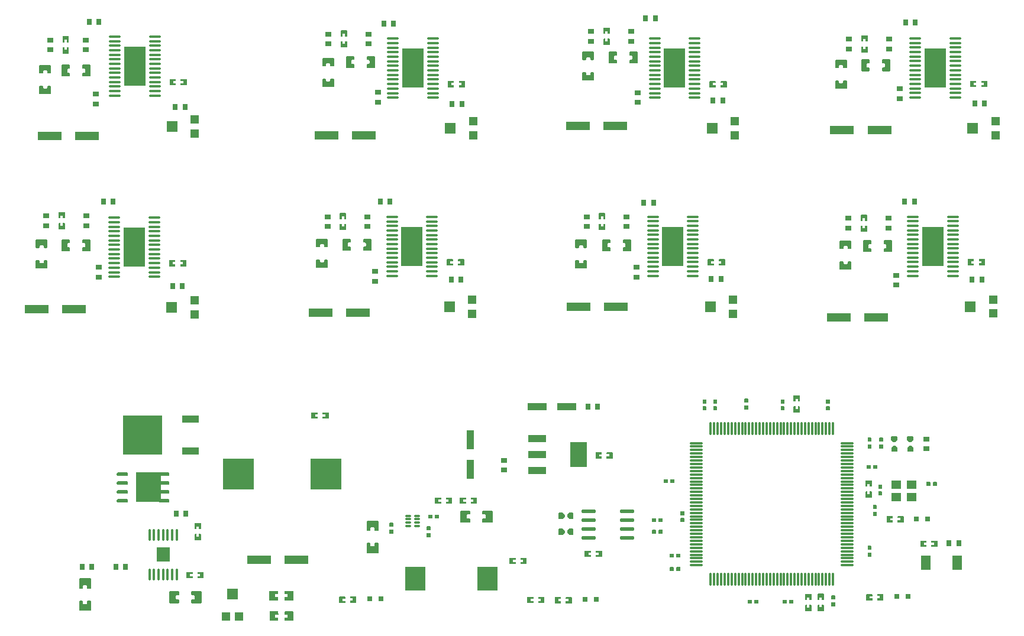
<source format=gtp>
G04 Layer_Color=8421504*
%FSLAX25Y25*%
%MOIN*%
G70*
G01*
G75*
%ADD11R,0.03543X0.03150*%
%ADD14R,0.03150X0.03543*%
%ADD15R,0.03150X0.03150*%
%ADD16R,0.13780X0.04724*%
%ADD21R,0.09213X0.14173*%
%ADD22R,0.09842X0.04331*%
%ADD23R,0.11024X0.04331*%
%ADD24R,0.11512X0.13780*%
%ADD27O,0.03402X0.01102*%
%ADD29R,0.04724X0.04724*%
%ADD30R,0.05905X0.06299*%
%ADD33R,0.22484X0.21844*%
%ADD34R,0.09484X0.03853*%
%ADD35R,0.17716X0.17716*%
%ADD38R,0.04331X0.11024*%
%ADD39R,0.12205X0.22047*%
%ADD40O,0.06817X0.01350*%
%ADD41R,0.05315X0.07874*%
%ADD42R,0.05512X0.04724*%
%ADD43R,0.06299X0.05905*%
%ADD44R,0.04724X0.04724*%
%ADD45R,0.07205X0.08091*%
%ADD46O,0.01350X0.06817*%
%ADD47O,0.01102X0.07874*%
%ADD48O,0.07874X0.01102*%
%ADD50O,0.08051X0.02315*%
G36*
X393571Y72386D02*
Y70614D01*
X393374Y70417D01*
X391484D01*
X391209Y70614D01*
Y72386D01*
X391484Y72583D01*
X393374D01*
X393571Y72386D01*
D02*
G37*
G36*
X405583Y72516D02*
Y70626D01*
X405386Y70429D01*
X403614D01*
X403417Y70626D01*
Y72516D01*
X403614Y72791D01*
X405386D01*
X405583Y72516D01*
D02*
G37*
G36*
X389791Y72386D02*
Y70614D01*
X389516Y70417D01*
X387626D01*
X387429Y70614D01*
Y72386D01*
X387626Y72583D01*
X389516D01*
X389791Y72386D01*
D02*
G37*
G36*
X529402Y73575D02*
Y70425D01*
X529205Y70228D01*
X526055D01*
X525858Y70425D01*
Y71378D01*
X527315D01*
Y72677D01*
X525858D01*
Y73575D01*
X526055Y73772D01*
X529205D01*
X529402Y73575D01*
D02*
G37*
G36*
X523142Y73575D02*
Y72622D01*
X521685D01*
Y71323D01*
X523142D01*
Y70425D01*
X522945Y70228D01*
X519795D01*
X519598Y70425D01*
Y73575D01*
X519795Y73772D01*
X522945D01*
X523142Y73575D01*
D02*
G37*
G36*
X267571Y74386D02*
Y72614D01*
X267374Y72417D01*
X265484D01*
X265209Y72614D01*
Y74386D01*
X265484Y74583D01*
X267374D01*
X267571Y74386D01*
D02*
G37*
G36*
X514083Y76016D02*
Y74126D01*
X513886Y73929D01*
X512114D01*
X511917Y74126D01*
Y76016D01*
X512114Y76291D01*
X513886D01*
X514083Y76016D01*
D02*
G37*
G36*
X263791Y74386D02*
Y72614D01*
X263516Y72417D01*
X261626D01*
X261429Y72614D01*
Y74386D01*
X261626Y74583D01*
X263516D01*
X263791Y74386D01*
D02*
G37*
G36*
X338345Y74572D02*
Y73428D01*
X337176Y72214D01*
X335099D01*
X334834Y72479D01*
Y75521D01*
X335099Y75786D01*
X337176D01*
X338345Y74572D01*
D02*
G37*
G36*
X343166Y75521D02*
Y72479D01*
X342901Y72214D01*
X340824D01*
X339655Y73428D01*
Y74572D01*
X340824Y75786D01*
X342901D01*
X343166Y75521D01*
D02*
G37*
G36*
X297693Y76508D02*
Y70492D01*
X297299Y70098D01*
X292240D01*
X291846Y70492D01*
Y71950D01*
X292240Y72343D01*
X293441D01*
X293834Y72737D01*
Y74263D01*
X293441Y74656D01*
X292240D01*
X291846Y75050D01*
Y76508D01*
X292240Y76902D01*
X297299D01*
X297693Y76508D01*
D02*
G37*
G36*
X393571Y65886D02*
Y64114D01*
X393374Y63917D01*
X391484D01*
X391209Y64114D01*
Y65886D01*
X391484Y66083D01*
X393374D01*
X393571Y65886D01*
D02*
G37*
G36*
X241583Y66016D02*
Y64126D01*
X241386Y63929D01*
X239614D01*
X239417Y64126D01*
Y66016D01*
X239614Y66291D01*
X241386D01*
X241583Y66016D01*
D02*
G37*
G36*
X389791Y65886D02*
Y64114D01*
X389516Y63917D01*
X387626D01*
X387429Y64114D01*
Y65886D01*
X387626Y66083D01*
X389516D01*
X389791Y65886D01*
D02*
G37*
G36*
X338345Y65571D02*
Y64429D01*
X337176Y63214D01*
X335099D01*
X334834Y63479D01*
Y66521D01*
X335099Y66786D01*
X337176D01*
X338345Y65571D01*
D02*
G37*
G36*
X343166Y66521D02*
Y63479D01*
X342901Y63214D01*
X340824D01*
X339655Y64429D01*
Y65571D01*
X340824Y66786D01*
X342901D01*
X343166Y66521D01*
D02*
G37*
G36*
X241583Y69874D02*
Y67984D01*
X241386Y67709D01*
X239614D01*
X239417Y67984D01*
Y69874D01*
X239614Y70071D01*
X241386D01*
X241583Y69874D01*
D02*
G37*
G36*
X285154Y76508D02*
Y75050D01*
X284760Y74656D01*
X283559D01*
X283166Y74263D01*
Y72737D01*
X283559Y72343D01*
X284760D01*
X285154Y71950D01*
Y70492D01*
X284760Y70098D01*
X279701D01*
X279307Y70492D01*
Y76508D01*
X279701Y76902D01*
X284760D01*
X285154Y76508D01*
D02*
G37*
G36*
X133272Y69705D02*
Y66555D01*
X133075Y66358D01*
X132122D01*
Y67815D01*
X130823D01*
Y66358D01*
X129925D01*
X129728Y66555D01*
Y69705D01*
X129925Y69902D01*
X133075D01*
X133272Y69705D01*
D02*
G37*
G36*
X233402Y70799D02*
Y65740D01*
X233008Y65346D01*
X231550D01*
X231156Y65740D01*
Y66941D01*
X230763Y67334D01*
X229237D01*
X228843Y66941D01*
Y65740D01*
X228450Y65346D01*
X226992D01*
X226598Y65740D01*
Y70799D01*
X226992Y71193D01*
X233008D01*
X233402Y70799D01*
D02*
G37*
G36*
X262583Y67874D02*
Y65984D01*
X262386Y65709D01*
X260614D01*
X260417Y65984D01*
Y67874D01*
X260614Y68071D01*
X262386D01*
X262583Y67874D01*
D02*
G37*
G36*
X405583Y76374D02*
Y74484D01*
X405386Y74209D01*
X403614D01*
X403417Y74484D01*
Y76374D01*
X403614Y76571D01*
X405386D01*
X405583Y76374D01*
D02*
G37*
G36*
X396291Y94386D02*
Y92614D01*
X396016Y92417D01*
X394126D01*
X393929Y92614D01*
Y94386D01*
X394126Y94583D01*
X396016D01*
X396291Y94386D01*
D02*
G37*
G36*
X400071D02*
Y92614D01*
X399874Y92417D01*
X397984D01*
X397709Y92614D01*
Y94386D01*
X397984Y94583D01*
X399874D01*
X400071Y94386D01*
D02*
G37*
G36*
X91660Y93458D02*
X91978Y93140D01*
X92150Y92725D01*
Y92275D01*
X91978Y91860D01*
X91660Y91542D01*
X91244Y91370D01*
X86756D01*
X86340Y91542D01*
X86022Y91860D01*
X85850Y92275D01*
Y92725D01*
X86022Y93140D01*
X86340Y93458D01*
X86756Y93630D01*
X91244D01*
X91660Y93458D01*
D02*
G37*
G36*
X544291Y92886D02*
Y91114D01*
X544016Y90917D01*
X542126D01*
X541929Y91114D01*
Y92886D01*
X542126Y93083D01*
X544016D01*
X544291Y92886D01*
D02*
G37*
G36*
X548071D02*
Y91114D01*
X547874Y90917D01*
X545984D01*
X545709Y91114D01*
Y92886D01*
X545984Y93083D01*
X547874D01*
X548071Y92886D01*
D02*
G37*
G36*
X514571Y102386D02*
Y100614D01*
X514374Y100417D01*
X512484D01*
X512209Y100614D01*
Y102386D01*
X512484Y102583D01*
X514374D01*
X514571Y102386D01*
D02*
G37*
G36*
X365402Y109575D02*
Y106425D01*
X365205Y106228D01*
X362055D01*
X361858Y106425D01*
Y107378D01*
X363315D01*
Y108677D01*
X361858D01*
Y109575D01*
X362055Y109772D01*
X365205D01*
X365402Y109575D01*
D02*
G37*
G36*
X510791Y102386D02*
Y100614D01*
X510516Y100417D01*
X508626D01*
X508429Y100614D01*
Y102386D01*
X508626Y102583D01*
X510516D01*
X510791Y102386D01*
D02*
G37*
G36*
X91660Y98458D02*
X91978Y98140D01*
X92150Y97725D01*
Y97275D01*
X91978Y96860D01*
X91660Y96542D01*
X91244Y96370D01*
X86756D01*
X86340Y96542D01*
X86022Y96860D01*
X85850Y97275D01*
Y97725D01*
X86022Y98140D01*
X86340Y98458D01*
X86756Y98630D01*
X91244D01*
X91660Y98458D01*
D02*
G37*
G36*
X115058Y98454D02*
X115368Y98144D01*
X115535Y97739D01*
Y97520D01*
Y97401D01*
Y97198D01*
X115380Y96822D01*
X115092Y96534D01*
X114716Y96378D01*
X110851D01*
Y93622D01*
X114653D01*
X115058Y93454D01*
X115368Y93144D01*
X115535Y92739D01*
Y92520D01*
Y92362D01*
Y92166D01*
X115386Y91805D01*
X115109Y91528D01*
X114747Y91378D01*
X110851D01*
Y88622D01*
X114653D01*
X115058Y88454D01*
X115368Y88144D01*
X115535Y87739D01*
Y87520D01*
Y87480D01*
Y87261D01*
X115368Y86856D01*
X115058Y86546D01*
X114652Y86378D01*
X110851D01*
Y83622D01*
X114716D01*
X115092Y83466D01*
X115380Y83178D01*
X115535Y82802D01*
Y82599D01*
Y82598D01*
Y82402D01*
Y82198D01*
X115380Y81822D01*
X115092Y81534D01*
X114716Y81378D01*
X110407D01*
X110407Y81378D01*
X110287Y81378D01*
X110054Y81424D01*
X109834Y81516D01*
X109635Y81648D01*
X109551Y81732D01*
X96756Y81732D01*
X96717Y98307D01*
X109430D01*
X109456Y98302D01*
X109481Y98292D01*
X109502Y98277D01*
X109512Y98268D01*
X109560Y98316D01*
X109560D01*
X109633Y98389D01*
X109804Y98503D01*
X109994Y98582D01*
X110196Y98622D01*
X114653D01*
X115058Y98454D01*
D02*
G37*
G36*
X511272Y93705D02*
Y90555D01*
X511075Y90358D01*
X510122D01*
Y91815D01*
X508823D01*
Y90358D01*
X507925D01*
X507728Y90555D01*
Y93705D01*
X507925Y93902D01*
X511075D01*
X511272Y93705D01*
D02*
G37*
G36*
X268642Y84075D02*
Y83122D01*
X267185D01*
Y81823D01*
X268642D01*
Y80925D01*
X268445Y80728D01*
X265295D01*
X265098Y80925D01*
Y84075D01*
X265295Y84272D01*
X268445D01*
X268642Y84075D01*
D02*
G37*
G36*
X282642D02*
Y83122D01*
X281185D01*
Y81823D01*
X282642D01*
Y80925D01*
X282445Y80728D01*
X279295D01*
X279098Y80925D01*
Y84075D01*
X279295Y84272D01*
X282445D01*
X282642Y84075D01*
D02*
G37*
G36*
X288902Y84075D02*
Y80925D01*
X288705Y80728D01*
X285555D01*
X285358Y80925D01*
Y81878D01*
X286815D01*
Y83177D01*
X285358D01*
Y84075D01*
X285555Y84272D01*
X288705D01*
X288902Y84075D01*
D02*
G37*
G36*
X514083Y79874D02*
Y77984D01*
X513886Y77709D01*
X512114D01*
X511917Y77984D01*
Y79874D01*
X512114Y80071D01*
X513886D01*
X514083Y79874D01*
D02*
G37*
G36*
X274902Y84075D02*
Y80925D01*
X274705Y80728D01*
X271555D01*
X271358Y80925D01*
Y81878D01*
X272815D01*
Y83177D01*
X271358D01*
Y84075D01*
X271555Y84272D01*
X274705D01*
X274902Y84075D01*
D02*
G37*
G36*
X91660Y88458D02*
X91978Y88140D01*
X92150Y87725D01*
Y87275D01*
X91978Y86860D01*
X91660Y86542D01*
X91244Y86370D01*
X86756D01*
X86340Y86542D01*
X86022Y86860D01*
X85850Y87275D01*
Y87725D01*
X86022Y88140D01*
X86340Y88458D01*
X86756Y88630D01*
X91244D01*
X91660Y88458D01*
D02*
G37*
G36*
X517083Y91374D02*
Y89484D01*
X516886Y89209D01*
X515114D01*
X514917Y89484D01*
Y91374D01*
X515114Y91571D01*
X516886D01*
X517083Y91374D01*
D02*
G37*
G36*
X511272Y87445D02*
Y84295D01*
X511075Y84098D01*
X507925D01*
X507728Y84295D01*
Y87445D01*
X507925Y87642D01*
X508878D01*
Y86185D01*
X510177D01*
Y87642D01*
X511075D01*
X511272Y87445D01*
D02*
G37*
G36*
X91660Y83458D02*
X91978Y83140D01*
X92150Y82725D01*
Y82275D01*
X91978Y81860D01*
X91660Y81542D01*
X91244Y81370D01*
X86756D01*
X86340Y81542D01*
X86022Y81860D01*
X85850Y82275D01*
Y82725D01*
X86022Y83140D01*
X86340Y83458D01*
X86756Y83630D01*
X91244D01*
X91660Y83458D01*
D02*
G37*
G36*
X517083Y87516D02*
Y85626D01*
X516886Y85429D01*
X515114D01*
X514917Y85626D01*
Y87516D01*
X515114Y87791D01*
X516886D01*
X517083Y87516D01*
D02*
G37*
G36*
X326902Y28075D02*
Y24925D01*
X326705Y24728D01*
X323555D01*
X323358Y24925D01*
Y25878D01*
X324815D01*
Y27177D01*
X323358D01*
Y28075D01*
X323555Y28272D01*
X326705D01*
X326902Y28075D01*
D02*
G37*
G36*
X320642Y28075D02*
Y27122D01*
X319185D01*
Y25823D01*
X320642D01*
Y24925D01*
X320445Y24728D01*
X317295D01*
X317098Y24925D01*
Y28075D01*
X317295Y28272D01*
X320445D01*
X320642Y28075D01*
D02*
G37*
G36*
X336176Y27952D02*
Y26999D01*
X334719D01*
Y25700D01*
X336176D01*
Y24802D01*
X335979Y24605D01*
X332829D01*
X332632Y24802D01*
Y27952D01*
X332829Y28149D01*
X335979D01*
X336176Y27952D01*
D02*
G37*
G36*
X133748Y31008D02*
Y24992D01*
X133354Y24598D01*
X128296D01*
X127902Y24992D01*
Y26450D01*
X128296Y26844D01*
X129496D01*
X129890Y27237D01*
Y28763D01*
X129496Y29157D01*
X128296D01*
X127902Y29550D01*
Y31008D01*
X128296Y31402D01*
X133354D01*
X133748Y31008D01*
D02*
G37*
G36*
X342436Y27952D02*
Y24802D01*
X342239Y24605D01*
X339089D01*
X338892Y24802D01*
Y25755D01*
X340349D01*
Y27054D01*
X338892D01*
Y27952D01*
X339089Y28148D01*
X342239D01*
X342436Y27952D01*
D02*
G37*
G36*
X185330Y31409D02*
Y26370D01*
X185133Y26173D01*
X180605D01*
X180409Y26370D01*
X180389Y27984D01*
X182161D01*
Y29756D01*
X180428D01*
X180409Y31409D01*
X180605Y31606D01*
X185133D01*
X185330Y31409D01*
D02*
G37*
G36*
X517902Y29575D02*
Y26425D01*
X517705Y26228D01*
X514555D01*
X514358Y26425D01*
Y27378D01*
X515815D01*
Y28677D01*
X514358D01*
Y29575D01*
X514555Y29772D01*
X517705D01*
X517902Y29575D01*
D02*
G37*
G36*
X176826Y31409D02*
X176846Y29795D01*
X175074D01*
Y28023D01*
X176807D01*
X176826Y26370D01*
X176629Y26173D01*
X172102D01*
X171905Y26370D01*
Y31409D01*
X172102Y31606D01*
X176629D01*
X176826Y31409D01*
D02*
G37*
G36*
X220902Y28202D02*
Y25052D01*
X220705Y24855D01*
X217555D01*
X217358Y25052D01*
Y26005D01*
X218815D01*
Y27304D01*
X217358D01*
Y28202D01*
X217555Y28398D01*
X220705D01*
X220902Y28202D01*
D02*
G37*
G36*
X214642Y28202D02*
Y27249D01*
X213185D01*
Y25950D01*
X214642D01*
Y25052D01*
X214445Y24855D01*
X211295D01*
X211098Y25052D01*
Y28202D01*
X211295Y28399D01*
X214445D01*
X214642Y28202D01*
D02*
G37*
G36*
X121209Y31008D02*
Y29550D01*
X120815Y29157D01*
X119615D01*
X119221Y28763D01*
Y27237D01*
X119615Y26844D01*
X120815D01*
X121209Y26450D01*
Y24992D01*
X120815Y24598D01*
X115756D01*
X115362Y24992D01*
Y31008D01*
X115756Y31402D01*
X120815D01*
X121209Y31008D01*
D02*
G37*
G36*
X484272Y23593D02*
Y20443D01*
X484075Y20246D01*
X480925D01*
X480728Y20443D01*
Y23593D01*
X480925Y23790D01*
X481878D01*
Y22333D01*
X483177D01*
Y23790D01*
X484075D01*
X484272Y23593D01*
D02*
G37*
G36*
X490583Y25016D02*
Y23126D01*
X490386Y22929D01*
X488614D01*
X488417Y23126D01*
Y25016D01*
X488614Y25291D01*
X490386D01*
X490583Y25016D01*
D02*
G37*
G36*
X477272Y23445D02*
Y20295D01*
X477075Y20098D01*
X473925D01*
X473728Y20295D01*
Y23445D01*
X473925Y23642D01*
X474878D01*
Y22185D01*
X476177D01*
Y23642D01*
X477075D01*
X477272Y23445D01*
D02*
G37*
G36*
X176909Y19909D02*
X176929Y18295D01*
X175157D01*
Y16523D01*
X176889D01*
X176909Y14870D01*
X176712Y14673D01*
X172184D01*
X171987Y14870D01*
Y19909D01*
X172184Y20106D01*
X176712D01*
X176909Y19909D01*
D02*
G37*
G36*
X185373D02*
Y14870D01*
X185177Y14673D01*
X180649D01*
X180452Y14870D01*
X180452Y16523D01*
X182204D01*
Y18295D01*
X180472D01*
X180452Y19909D01*
X180649Y20106D01*
X185177D01*
X185373Y19909D01*
D02*
G37*
G36*
X463291Y26386D02*
Y24614D01*
X463016Y24417D01*
X461126D01*
X460929Y24614D01*
Y26386D01*
X461126Y26583D01*
X463016D01*
X463291Y26386D01*
D02*
G37*
G36*
X467071D02*
Y24614D01*
X466874Y24417D01*
X464984D01*
X464709Y24614D01*
Y26386D01*
X464984Y26583D01*
X466874D01*
X467071Y26386D01*
D02*
G37*
G36*
X447571D02*
Y24614D01*
X447374Y24417D01*
X445484D01*
X445209Y24614D01*
Y26386D01*
X445484Y26583D01*
X447374D01*
X447571Y26386D01*
D02*
G37*
G36*
X71402Y25760D02*
Y20701D01*
X71008Y20307D01*
X64992D01*
X64598Y20701D01*
Y25760D01*
X64992Y26153D01*
X66450D01*
X66843Y25760D01*
Y24559D01*
X67237Y24166D01*
X68763D01*
X69156Y24559D01*
Y25760D01*
X69550Y26153D01*
X71008D01*
X71402Y25760D01*
D02*
G37*
G36*
X443791Y26386D02*
Y24614D01*
X443516Y24417D01*
X441626D01*
X441429Y24614D01*
Y26386D01*
X441626Y26583D01*
X443516D01*
X443791Y26386D01*
D02*
G37*
G36*
X511642Y29575D02*
Y28622D01*
X510185D01*
Y27323D01*
X511642D01*
Y26425D01*
X511445Y26228D01*
X508295D01*
X508098Y26425D01*
Y29575D01*
X508295Y29772D01*
X511445D01*
X511642Y29575D01*
D02*
G37*
G36*
X511083Y53016D02*
Y51126D01*
X510886Y50929D01*
X509114D01*
X508917Y51126D01*
Y53016D01*
X509114Y53291D01*
X510886D01*
X511083Y53016D01*
D02*
G37*
G36*
Y56874D02*
Y54984D01*
X510886Y54709D01*
X509114D01*
X508917Y54984D01*
Y56874D01*
X509114Y57071D01*
X510886D01*
X511083Y56874D01*
D02*
G37*
G36*
X353108Y54075D02*
Y53122D01*
X351651D01*
Y51823D01*
X353108D01*
Y50925D01*
X352911Y50728D01*
X349761D01*
X349564Y50925D01*
Y54075D01*
X349761Y54272D01*
X352911D01*
X353108Y54075D01*
D02*
G37*
G36*
X403571Y52386D02*
Y50614D01*
X403374Y50417D01*
X401484D01*
X401209Y50614D01*
Y52386D01*
X401484Y52583D01*
X403374D01*
X403571Y52386D01*
D02*
G37*
G36*
X359368Y54075D02*
Y50925D01*
X359171Y50728D01*
X356021D01*
X355824Y50925D01*
Y51878D01*
X357281D01*
Y53177D01*
X355824D01*
Y54075D01*
X356021Y54272D01*
X359171D01*
X359368Y54075D01*
D02*
G37*
G36*
X262583Y64016D02*
Y62126D01*
X262386Y61929D01*
X260614D01*
X260417Y62126D01*
Y64016D01*
X260614Y64291D01*
X262386D01*
X262583Y64016D01*
D02*
G37*
G36*
X133272Y63445D02*
Y60295D01*
X133075Y60098D01*
X129925D01*
X129728Y60295D01*
Y63445D01*
X129925Y63642D01*
X130878D01*
Y62185D01*
X132177D01*
Y63642D01*
X133075D01*
X133272Y63445D01*
D02*
G37*
G36*
X233402Y58260D02*
Y53201D01*
X233008Y52807D01*
X226992D01*
X226598Y53201D01*
Y58260D01*
X226992Y58653D01*
X228450D01*
X228843Y58260D01*
Y57059D01*
X229237Y56666D01*
X230763D01*
X231156Y57059D01*
Y58260D01*
X231550Y58653D01*
X233008D01*
X233402Y58260D01*
D02*
G37*
G36*
X548402Y59659D02*
Y56509D01*
X548205Y56312D01*
X545055D01*
X544858Y56509D01*
Y57462D01*
X546315D01*
Y58761D01*
X544858D01*
Y59659D01*
X545055Y59856D01*
X548205D01*
X548402Y59659D01*
D02*
G37*
G36*
X542142Y59659D02*
Y58706D01*
X540685D01*
Y57407D01*
X542142D01*
Y56509D01*
X541945Y56313D01*
X538795D01*
X538598Y56509D01*
Y59659D01*
X538795Y59856D01*
X541945D01*
X542142Y59659D01*
D02*
G37*
G36*
X399791Y52386D02*
Y50614D01*
X399516Y50417D01*
X397626D01*
X397429Y50614D01*
Y52386D01*
X397626Y52583D01*
X399516D01*
X399791Y52386D01*
D02*
G37*
G36*
X71402Y38299D02*
Y33240D01*
X71008Y32847D01*
X69550D01*
X69156Y33240D01*
Y34441D01*
X68763Y34834D01*
X67237D01*
X66843Y34441D01*
Y33240D01*
X66450Y32847D01*
X64992D01*
X64598Y33240D01*
Y38299D01*
X64992Y38693D01*
X71008D01*
X71402Y38299D01*
D02*
G37*
G36*
X134902Y42075D02*
Y38925D01*
X134705Y38728D01*
X131555D01*
X131358Y38925D01*
Y39878D01*
X132815D01*
Y41177D01*
X131358D01*
Y42075D01*
X131555Y42272D01*
X134705D01*
X134902Y42075D01*
D02*
G37*
G36*
X490583Y28874D02*
Y26984D01*
X490386Y26709D01*
X488614D01*
X488417Y26984D01*
Y28874D01*
X488614Y29071D01*
X490386D01*
X490583Y28874D01*
D02*
G37*
G36*
X477272Y29705D02*
Y26555D01*
X477075Y26358D01*
X476122D01*
Y27815D01*
X474823D01*
Y26358D01*
X473925D01*
X473728Y26555D01*
Y29705D01*
X473925Y29902D01*
X477075D01*
X477272Y29705D01*
D02*
G37*
G36*
X484272Y29853D02*
Y26703D01*
X484075Y26506D01*
X483122D01*
Y27963D01*
X481823D01*
Y26506D01*
X480925D01*
X480728Y26703D01*
Y29853D01*
X480925Y30050D01*
X484075D01*
X484272Y29853D01*
D02*
G37*
G36*
X316902Y50075D02*
Y46925D01*
X316705Y46728D01*
X313555D01*
X313358Y46925D01*
Y47878D01*
X314815D01*
Y49177D01*
X313358D01*
Y50075D01*
X313555Y50272D01*
X316705D01*
X316902Y50075D01*
D02*
G37*
G36*
X310642Y50075D02*
Y49122D01*
X309185D01*
Y47823D01*
X310642D01*
Y46925D01*
X310445Y46728D01*
X307295D01*
X307098Y46925D01*
Y50075D01*
X307295Y50272D01*
X310445D01*
X310642Y50075D01*
D02*
G37*
G36*
X403571Y44886D02*
Y43114D01*
X403374Y42917D01*
X401484D01*
X401209Y43114D01*
Y44886D01*
X401484Y45083D01*
X403374D01*
X403571Y44886D01*
D02*
G37*
G36*
X128642Y42075D02*
Y41122D01*
X127185D01*
Y39823D01*
X128642D01*
Y38925D01*
X128445Y38728D01*
X125295D01*
X125098Y38925D01*
Y42075D01*
X125295Y42272D01*
X128445D01*
X128642Y42075D01*
D02*
G37*
G36*
X399791Y44886D02*
Y43114D01*
X399516Y42917D01*
X397626D01*
X397429Y43114D01*
Y44886D01*
X397626Y45083D01*
X399516D01*
X399791Y44886D01*
D02*
G37*
G36*
X359142Y109575D02*
Y108622D01*
X357685D01*
Y107323D01*
X359142D01*
Y106425D01*
X358945Y106228D01*
X355795D01*
X355598Y106425D01*
Y109575D01*
X355795Y109772D01*
X358945D01*
X359142Y109575D01*
D02*
G37*
G36*
X275859Y318941D02*
Y317988D01*
X274402D01*
Y316689D01*
X275859D01*
Y315791D01*
X275662Y315594D01*
X272513D01*
X272316Y315791D01*
Y318941D01*
X272513Y319138D01*
X275662D01*
X275859Y318941D01*
D02*
G37*
G36*
X423359D02*
Y317988D01*
X421903D01*
Y316689D01*
X423359D01*
Y315791D01*
X423162Y315594D01*
X420013D01*
X419816Y315791D01*
Y318941D01*
X420013Y319138D01*
X423162D01*
X423359Y318941D01*
D02*
G37*
G36*
X429619Y318941D02*
Y315791D01*
X429422Y315594D01*
X426273D01*
X426076Y315791D01*
Y316744D01*
X427532D01*
Y318043D01*
X426076D01*
Y318941D01*
X426273Y319138D01*
X429422D01*
X429619Y318941D01*
D02*
G37*
G36*
X48848Y316161D02*
Y312195D01*
X48455Y311801D01*
X42545D01*
X42152Y312195D01*
Y316161D01*
X42545Y316555D01*
X43968D01*
X44361Y316161D01*
Y315332D01*
X44755Y314939D01*
X46245D01*
X46639Y315332D01*
Y316161D01*
X47032Y316555D01*
X48455D01*
X48848Y316161D01*
D02*
G37*
G36*
X282119Y318941D02*
Y315791D01*
X281922Y315594D01*
X278773D01*
X278576Y315791D01*
Y316744D01*
X280032D01*
Y318043D01*
X278576D01*
Y318941D01*
X278773Y319138D01*
X281922D01*
X282119Y318941D01*
D02*
G37*
G36*
X119142Y320075D02*
Y319122D01*
X117685D01*
Y317823D01*
X119142D01*
Y316925D01*
X118945Y316728D01*
X115795D01*
X115598Y316925D01*
Y320075D01*
X115795Y320272D01*
X118945D01*
X119142Y320075D01*
D02*
G37*
G36*
X497348Y319161D02*
Y315195D01*
X496955Y314801D01*
X491045D01*
X490652Y315195D01*
Y319161D01*
X491045Y319555D01*
X492468D01*
X492862Y319161D01*
Y318332D01*
X493255Y317939D01*
X494745D01*
X495139Y318332D01*
Y319161D01*
X495532Y319555D01*
X496955D01*
X497348Y319161D01*
D02*
G37*
G36*
X125402Y320075D02*
Y316925D01*
X125205Y316728D01*
X122055D01*
X121858Y316925D01*
Y317878D01*
X123315D01*
Y319177D01*
X121858D01*
Y320075D01*
X122055Y320272D01*
X125205D01*
X125402Y320075D01*
D02*
G37*
G36*
X576469Y319039D02*
Y315890D01*
X576272Y315693D01*
X573122D01*
X572925Y315890D01*
Y316843D01*
X574382D01*
Y318142D01*
X572925D01*
Y319039D01*
X573122Y319236D01*
X576272D01*
X576469Y319039D01*
D02*
G37*
G36*
X570209Y319039D02*
Y318087D01*
X568752D01*
Y316787D01*
X570209D01*
Y315890D01*
X570012Y315693D01*
X566862D01*
X566665Y315890D01*
Y319039D01*
X566862Y319236D01*
X570012D01*
X570209Y319039D01*
D02*
G37*
G36*
X56595Y245071D02*
Y241921D01*
X56398Y241724D01*
X55445D01*
Y243181D01*
X54146D01*
Y241724D01*
X53248D01*
X53051Y241921D01*
Y245071D01*
X53248Y245268D01*
X56398D01*
X56595Y245071D01*
D02*
G37*
G36*
X508595Y237370D02*
Y234220D01*
X508398Y234023D01*
X505248D01*
X505051Y234220D01*
Y237370D01*
X505248Y237567D01*
X506201D01*
Y236110D01*
X507500D01*
Y237567D01*
X508398D01*
X508595Y237370D01*
D02*
G37*
G36*
X215094Y238311D02*
Y235161D01*
X214898Y234964D01*
X211748D01*
X211551Y235161D01*
Y238311D01*
X211748Y238508D01*
X212701D01*
Y237051D01*
X214000D01*
Y238508D01*
X214898D01*
X215094Y238311D01*
D02*
G37*
G36*
X204848Y229805D02*
Y225839D01*
X204455Y225445D01*
X203032D01*
X202639Y225839D01*
Y226668D01*
X202245Y227061D01*
X200755D01*
X200361Y226668D01*
Y225839D01*
X199968Y225445D01*
X198545D01*
X198152Y225839D01*
Y229805D01*
X198545Y230199D01*
X204455D01*
X204848Y229805D01*
D02*
G37*
G36*
X46848Y229305D02*
Y225339D01*
X46455Y224945D01*
X45032D01*
X44638Y225339D01*
Y226168D01*
X44245Y226561D01*
X42755D01*
X42362Y226168D01*
Y225339D01*
X41968Y224945D01*
X40545D01*
X40152Y225339D01*
Y229305D01*
X40545Y229699D01*
X46455D01*
X46848Y229305D01*
D02*
G37*
G36*
X350848D02*
Y225339D01*
X350455Y224945D01*
X349032D01*
X348639Y225339D01*
Y226168D01*
X348245Y226561D01*
X346755D01*
X346361Y226168D01*
Y225339D01*
X345968Y224945D01*
X344545D01*
X344152Y225339D01*
Y229305D01*
X344545Y229699D01*
X350455D01*
X350848Y229305D01*
D02*
G37*
G36*
X215095Y244571D02*
Y241421D01*
X214898Y241224D01*
X213945D01*
Y242681D01*
X212646D01*
Y241224D01*
X211748D01*
X211551Y241421D01*
Y244571D01*
X211748Y244768D01*
X214898D01*
X215095Y244571D01*
D02*
G37*
G36*
X361095D02*
Y241421D01*
X360898Y241224D01*
X359945D01*
Y242681D01*
X358646D01*
Y241224D01*
X357748D01*
X357551Y241421D01*
Y244571D01*
X357748Y244768D01*
X360898D01*
X361095Y244571D01*
D02*
G37*
G36*
X508595Y243630D02*
Y240480D01*
X508398Y240283D01*
X507445D01*
Y241740D01*
X506146D01*
Y240283D01*
X505248D01*
X505051Y240480D01*
Y243630D01*
X505248Y243827D01*
X508398D01*
X508595Y243630D01*
D02*
G37*
G36*
X361094Y238311D02*
Y235161D01*
X360898Y234964D01*
X357748D01*
X357551Y235161D01*
Y238311D01*
X357748Y238508D01*
X358701D01*
Y237051D01*
X360000D01*
Y238508D01*
X360898D01*
X361094Y238311D01*
D02*
G37*
G36*
X56595Y238811D02*
Y235661D01*
X56398Y235464D01*
X53248D01*
X53051Y235661D01*
Y238811D01*
X53248Y239008D01*
X54201D01*
Y237551D01*
X55500D01*
Y239008D01*
X56398D01*
X56595Y238811D01*
D02*
G37*
G36*
X208348Y320161D02*
Y316195D01*
X207955Y315801D01*
X202045D01*
X201652Y316195D01*
Y320161D01*
X202045Y320555D01*
X203468D01*
X203861Y320161D01*
Y319332D01*
X204255Y318939D01*
X205745D01*
X206138Y319332D01*
Y320161D01*
X206532Y320555D01*
X207955D01*
X208348Y320161D01*
D02*
G37*
G36*
X508944Y338409D02*
Y335260D01*
X508747Y335063D01*
X505597D01*
X505401Y335260D01*
Y338409D01*
X505597Y338606D01*
X506550D01*
Y337150D01*
X507850D01*
Y338606D01*
X508747D01*
X508944Y338409D01*
D02*
G37*
G36*
X215595Y341311D02*
Y338161D01*
X215398Y337964D01*
X212248D01*
X212051Y338161D01*
Y341311D01*
X212248Y341508D01*
X213201D01*
Y340051D01*
X214500D01*
Y341508D01*
X215398D01*
X215595Y341311D01*
D02*
G37*
G36*
X58877Y337945D02*
Y334795D01*
X58680Y334598D01*
X55531D01*
X55334Y334795D01*
Y337945D01*
X55531Y338142D01*
X56483D01*
Y336685D01*
X57783D01*
Y338142D01*
X58680D01*
X58877Y337945D01*
D02*
G37*
G36*
X379416Y335321D02*
Y329411D01*
X379023Y329018D01*
X375056D01*
X374662Y329411D01*
Y330834D01*
X375056Y331227D01*
X375885D01*
X376279Y331621D01*
Y333111D01*
X375885Y333505D01*
X375056D01*
X374662Y333898D01*
Y335321D01*
X375056Y335714D01*
X379023D01*
X379416Y335321D01*
D02*
G37*
G36*
X354848Y335305D02*
Y331339D01*
X354455Y330945D01*
X353032D01*
X352639Y331339D01*
Y332168D01*
X352245Y332561D01*
X350755D01*
X350361Y332168D01*
Y331339D01*
X349968Y330945D01*
X348545D01*
X348152Y331339D01*
Y335305D01*
X348545Y335699D01*
X354455D01*
X354848Y335305D01*
D02*
G37*
G36*
X215595Y347571D02*
Y344421D01*
X215398Y344224D01*
X214445D01*
Y345681D01*
X213146D01*
Y344224D01*
X212248D01*
X212051Y344421D01*
Y347571D01*
X212248Y347768D01*
X215398D01*
X215595Y347571D01*
D02*
G37*
G36*
X363595Y349071D02*
Y345921D01*
X363398Y345724D01*
X362445D01*
Y347181D01*
X361146D01*
Y345724D01*
X360248D01*
X360051Y345921D01*
Y349071D01*
X360248Y349268D01*
X363398D01*
X363595Y349071D01*
D02*
G37*
G36*
X363595Y342811D02*
Y339661D01*
X363398Y339464D01*
X360248D01*
X360051Y339661D01*
Y342811D01*
X360248Y343008D01*
X361201D01*
Y341551D01*
X362500D01*
Y343008D01*
X363398D01*
X363595Y342811D01*
D02*
G37*
G36*
X58877Y344205D02*
Y341055D01*
X58680Y340858D01*
X57727D01*
Y342315D01*
X56428D01*
Y340858D01*
X55531D01*
X55334Y341055D01*
Y344205D01*
X55531Y344402D01*
X58680D01*
X58877Y344205D01*
D02*
G37*
G36*
X508944Y344669D02*
Y341520D01*
X508747Y341323D01*
X507794D01*
Y342779D01*
X506495D01*
Y341323D01*
X505598D01*
X505401Y341520D01*
Y344669D01*
X505598Y344866D01*
X508747D01*
X508944Y344669D01*
D02*
G37*
G36*
X367773Y335321D02*
Y333898D01*
X367379Y333505D01*
X366550D01*
X366156Y333111D01*
Y331621D01*
X366550Y331227D01*
X367379D01*
X367773Y330834D01*
Y329411D01*
X367379Y329018D01*
X363412D01*
X363019Y329411D01*
Y335321D01*
X363412Y335714D01*
X367379D01*
X367773Y335321D01*
D02*
G37*
G36*
X48848Y327805D02*
Y323839D01*
X48455Y323445D01*
X47032D01*
X46639Y323839D01*
Y324668D01*
X46245Y325061D01*
X44755D01*
X44361Y324668D01*
Y323839D01*
X43968Y323445D01*
X42545D01*
X42152Y323839D01*
Y327805D01*
X42545Y328199D01*
X48455D01*
X48848Y327805D01*
D02*
G37*
G36*
X510122Y330919D02*
Y329497D01*
X509728Y329103D01*
X508899D01*
X508506Y328709D01*
Y327220D01*
X508899Y326826D01*
X509728D01*
X510122Y326432D01*
Y325010D01*
X509728Y324616D01*
X505762D01*
X505368Y325010D01*
Y330919D01*
X505762Y331313D01*
X509728D01*
X510122Y330919D01*
D02*
G37*
G36*
X354848Y323661D02*
Y319695D01*
X354455Y319301D01*
X348545D01*
X348152Y319695D01*
Y323661D01*
X348545Y324055D01*
X349968D01*
X350361Y323661D01*
Y322832D01*
X350755Y322439D01*
X352245D01*
X352639Y322832D01*
Y323661D01*
X353032Y324055D01*
X354455D01*
X354848Y323661D01*
D02*
G37*
G36*
X59555Y327955D02*
Y326532D01*
X59161Y326138D01*
X58332D01*
X57939Y325745D01*
Y324255D01*
X58332Y323862D01*
X59161D01*
X59555Y323468D01*
Y322045D01*
X59161Y321652D01*
X55195D01*
X54801Y322045D01*
Y327955D01*
X55195Y328348D01*
X59161D01*
X59555Y327955D01*
D02*
G37*
G36*
X71199D02*
Y322045D01*
X70805Y321652D01*
X66839D01*
X66445Y322045D01*
Y323468D01*
X66839Y323862D01*
X67668D01*
X68061Y324255D01*
Y325745D01*
X67668Y326138D01*
X66839D01*
X66445Y326532D01*
Y327955D01*
X66839Y328348D01*
X70805D01*
X71199Y327955D01*
D02*
G37*
G36*
X231416Y332821D02*
Y326911D01*
X231023Y326518D01*
X227056D01*
X226662Y326911D01*
Y328334D01*
X227056Y328728D01*
X227885D01*
X228279Y329121D01*
Y330611D01*
X227885Y331005D01*
X227056D01*
X226662Y331398D01*
Y332821D01*
X227056Y333214D01*
X231023D01*
X231416Y332821D01*
D02*
G37*
G36*
X208348Y331805D02*
Y327839D01*
X207955Y327445D01*
X206532D01*
X206138Y327839D01*
Y328668D01*
X205745Y329061D01*
X204255D01*
X203861Y328668D01*
Y327839D01*
X203468Y327445D01*
X202045D01*
X201652Y327839D01*
Y331805D01*
X202045Y332199D01*
X207955D01*
X208348Y331805D01*
D02*
G37*
G36*
X219773Y332821D02*
Y331398D01*
X219379Y331005D01*
X218550D01*
X218156Y330611D01*
Y329121D01*
X218550Y328728D01*
X219379D01*
X219773Y328334D01*
Y326911D01*
X219379Y326518D01*
X215412D01*
X215019Y326911D01*
Y332821D01*
X215412Y333214D01*
X219379D01*
X219773Y332821D01*
D02*
G37*
G36*
X521766Y330919D02*
Y325010D01*
X521372Y324616D01*
X517406D01*
X517012Y325010D01*
Y326432D01*
X517406Y326826D01*
X518235D01*
X518628Y327220D01*
Y328709D01*
X518235Y329103D01*
X517406D01*
X517012Y329497D01*
Y330919D01*
X517406Y331313D01*
X521372D01*
X521766Y330919D01*
D02*
G37*
G36*
X497348Y330805D02*
Y326839D01*
X496955Y326445D01*
X495532D01*
X495139Y326839D01*
Y327668D01*
X494745Y328061D01*
X493255D01*
X492862Y327668D01*
Y326839D01*
X492468Y326445D01*
X491045D01*
X490652Y326839D01*
Y330805D01*
X491045Y331199D01*
X496955D01*
X497348Y330805D01*
D02*
G37*
G36*
X441583Y136016D02*
Y134126D01*
X441386Y133929D01*
X439614D01*
X439417Y134126D01*
Y136016D01*
X439614Y136291D01*
X441386D01*
X441583Y136016D01*
D02*
G37*
G36*
X470772Y135445D02*
Y132295D01*
X470575Y132098D01*
X467425D01*
X467228Y132295D01*
Y135445D01*
X467425Y135642D01*
X468378D01*
Y134185D01*
X469677D01*
Y135642D01*
X470575D01*
X470772Y135445D01*
D02*
G37*
G36*
X424083Y135516D02*
Y133626D01*
X423886Y133429D01*
X422114D01*
X421917Y133626D01*
Y135516D01*
X422114Y135791D01*
X423886D01*
X424083Y135516D01*
D02*
G37*
G36*
X462083Y135516D02*
Y133626D01*
X461886Y133429D01*
X460114D01*
X459917Y133626D01*
Y135516D01*
X460114Y135791D01*
X461886D01*
X462083Y135516D01*
D02*
G37*
G36*
X487583D02*
Y133626D01*
X487386Y133429D01*
X485614D01*
X485417Y133626D01*
Y135516D01*
X485614Y135791D01*
X487386D01*
X487583Y135516D01*
D02*
G37*
G36*
X424083Y139374D02*
Y137484D01*
X423886Y137209D01*
X422114D01*
X421917Y137484D01*
Y139374D01*
X422114Y139571D01*
X423886D01*
X424083Y139374D01*
D02*
G37*
G36*
X441583Y139874D02*
Y137984D01*
X441386Y137709D01*
X439614D01*
X439417Y137984D01*
Y139874D01*
X439614Y140071D01*
X441386D01*
X441583Y139874D01*
D02*
G37*
G36*
X487583Y139374D02*
Y137484D01*
X487386Y137209D01*
X485614D01*
X485417Y137484D01*
Y139374D01*
X485614Y139571D01*
X487386D01*
X487583Y139374D01*
D02*
G37*
G36*
X418083D02*
Y137484D01*
X417886Y137209D01*
X416114D01*
X415917Y137484D01*
Y139374D01*
X416114Y139571D01*
X417886D01*
X418083Y139374D01*
D02*
G37*
G36*
X462083D02*
Y137484D01*
X461886Y137209D01*
X460114D01*
X459917Y137484D01*
Y139374D01*
X460114Y139571D01*
X461886D01*
X462083Y139374D01*
D02*
G37*
G36*
X418083Y135516D02*
Y133626D01*
X417886Y133429D01*
X416114D01*
X415917Y133626D01*
Y135516D01*
X416114Y135791D01*
X417886D01*
X418083Y135516D01*
D02*
G37*
G36*
X517583Y114016D02*
Y112126D01*
X517386Y111929D01*
X515614D01*
X515417Y112126D01*
Y114016D01*
X515614Y114291D01*
X517386D01*
X517583Y114016D01*
D02*
G37*
G36*
X525638Y118600D02*
Y116619D01*
X524481Y115540D01*
X523393D01*
X522236Y116619D01*
Y118600D01*
X522488Y118852D01*
X525386D01*
X525638Y118600D01*
D02*
G37*
G36*
X511083Y114016D02*
Y112126D01*
X510886Y111929D01*
X509114D01*
X508917Y112126D01*
Y114016D01*
X509114Y114291D01*
X510886D01*
X511083Y114016D01*
D02*
G37*
G36*
X525682Y112430D02*
Y110449D01*
X525430Y110196D01*
X522533D01*
X522281Y110449D01*
Y112430D01*
X523437Y113509D01*
X524526D01*
X525682Y112430D01*
D02*
G37*
G36*
X534682D02*
Y110449D01*
X534430Y110196D01*
X531533D01*
X531281Y110449D01*
Y112430D01*
X532437Y113509D01*
X533526D01*
X534682Y112430D01*
D02*
G37*
G36*
X205368Y132075D02*
Y128925D01*
X205171Y128728D01*
X202021D01*
X201824Y128925D01*
Y129878D01*
X203281D01*
Y131177D01*
X201824D01*
Y132075D01*
X202021Y132272D01*
X205171D01*
X205368Y132075D01*
D02*
G37*
G36*
X199108Y132075D02*
Y131122D01*
X197651D01*
Y129823D01*
X199108D01*
Y128925D01*
X198911Y128728D01*
X195761D01*
X195564Y128925D01*
Y132075D01*
X195761Y132272D01*
X198911D01*
X199108Y132075D01*
D02*
G37*
G36*
X517583Y117874D02*
Y115984D01*
X517386Y115709D01*
X515614D01*
X515417Y115984D01*
Y117874D01*
X515614Y118071D01*
X517386D01*
X517583Y117874D01*
D02*
G37*
G36*
X534638Y118600D02*
Y116619D01*
X533481Y115540D01*
X532393D01*
X531236Y116619D01*
Y118600D01*
X531488Y118852D01*
X534386D01*
X534638Y118600D01*
D02*
G37*
G36*
X511083Y117874D02*
Y115984D01*
X510886Y115709D01*
X509114D01*
X508917Y115984D01*
Y117874D01*
X509114Y118071D01*
X510886D01*
X511083Y117874D01*
D02*
G37*
G36*
X470772Y141705D02*
Y138555D01*
X470575Y138358D01*
X469622D01*
Y139815D01*
X468323D01*
Y138358D01*
X467425D01*
X467228Y138555D01*
Y141705D01*
X467425Y141902D01*
X470575D01*
X470772Y141705D01*
D02*
G37*
G36*
X59555Y229455D02*
Y228032D01*
X59161Y227639D01*
X58332D01*
X57939Y227245D01*
Y225755D01*
X58332Y225361D01*
X59161D01*
X59555Y224968D01*
Y223545D01*
X59161Y223152D01*
X55195D01*
X54801Y223545D01*
Y229455D01*
X55195Y229848D01*
X59161D01*
X59555Y229455D01*
D02*
G37*
G36*
X71199D02*
Y223545D01*
X70805Y223152D01*
X66839D01*
X66445Y223545D01*
Y224968D01*
X66839Y225361D01*
X67668D01*
X68061Y225755D01*
Y227245D01*
X67668Y227639D01*
X66839D01*
X66445Y228032D01*
Y229455D01*
X66839Y229848D01*
X70805D01*
X71199Y229455D01*
D02*
G37*
G36*
X522699Y228955D02*
Y223045D01*
X522305Y222652D01*
X518339D01*
X517945Y223045D01*
Y224468D01*
X518339Y224862D01*
X519168D01*
X519561Y225255D01*
Y226745D01*
X519168Y227138D01*
X518339D01*
X517945Y227532D01*
Y228955D01*
X518339Y229348D01*
X522305D01*
X522699Y228955D01*
D02*
G37*
G36*
X204848Y218161D02*
Y214195D01*
X204455Y213801D01*
X198545D01*
X198152Y214195D01*
Y218161D01*
X198545Y218555D01*
X199968D01*
X200361Y218161D01*
Y217332D01*
X200755Y216939D01*
X202245D01*
X202639Y217332D01*
Y218161D01*
X203032Y218555D01*
X204455D01*
X204848Y218161D01*
D02*
G37*
G36*
X511055Y228955D02*
Y227532D01*
X510661Y227138D01*
X509832D01*
X509439Y226745D01*
Y225255D01*
X509832Y224862D01*
X510661D01*
X511055Y224468D01*
Y223045D01*
X510661Y222652D01*
X506695D01*
X506301Y223045D01*
Y228955D01*
X506695Y229348D01*
X510661D01*
X511055Y228955D01*
D02*
G37*
G36*
X229416Y229821D02*
Y223911D01*
X229023Y223518D01*
X225056D01*
X224662Y223911D01*
Y225334D01*
X225056Y225728D01*
X225885D01*
X226279Y226121D01*
Y227611D01*
X225885Y228005D01*
X225056D01*
X224662Y228398D01*
Y229821D01*
X225056Y230214D01*
X229023D01*
X229416Y229821D01*
D02*
G37*
G36*
X499848Y228805D02*
Y224839D01*
X499455Y224445D01*
X498032D01*
X497639Y224839D01*
Y225668D01*
X497245Y226061D01*
X495755D01*
X495362Y225668D01*
Y224839D01*
X494968Y224445D01*
X493545D01*
X493152Y224839D01*
Y228805D01*
X493545Y229199D01*
X499455D01*
X499848Y228805D01*
D02*
G37*
G36*
X217773Y229821D02*
Y228398D01*
X217379Y228005D01*
X216550D01*
X216156Y227611D01*
Y226121D01*
X216550Y225728D01*
X217379D01*
X217773Y225334D01*
Y223911D01*
X217379Y223518D01*
X213412D01*
X213019Y223911D01*
Y229821D01*
X213412Y230214D01*
X217379D01*
X217773Y229821D01*
D02*
G37*
G36*
X364055Y229455D02*
Y228032D01*
X363661Y227639D01*
X362832D01*
X362439Y227245D01*
Y225755D01*
X362832Y225361D01*
X363661D01*
X364055Y224968D01*
Y223545D01*
X363661Y223152D01*
X359695D01*
X359301Y223545D01*
Y229455D01*
X359695Y229848D01*
X363661D01*
X364055Y229455D01*
D02*
G37*
G36*
X375699D02*
Y223545D01*
X375305Y223152D01*
X371339D01*
X370945Y223545D01*
Y224968D01*
X371339Y225361D01*
X372168D01*
X372561Y225755D01*
Y227245D01*
X372168Y227639D01*
X371339D01*
X370945Y228032D01*
Y229455D01*
X371339Y229848D01*
X375305D01*
X375699Y229455D01*
D02*
G37*
G36*
X350848Y217661D02*
Y213695D01*
X350455Y213301D01*
X344545D01*
X344152Y213695D01*
Y217661D01*
X344545Y218055D01*
X345968D01*
X346361Y217661D01*
Y216832D01*
X346755Y216439D01*
X348245D01*
X348639Y216832D01*
Y217661D01*
X349032Y218055D01*
X350455D01*
X350848Y217661D01*
D02*
G37*
G36*
X428619Y218441D02*
Y215291D01*
X428422Y215094D01*
X425273D01*
X425076Y215291D01*
Y216244D01*
X426533D01*
Y217543D01*
X425076D01*
Y218441D01*
X425273Y218638D01*
X428422D01*
X428619Y218441D01*
D02*
G37*
G36*
X275359Y218441D02*
Y217488D01*
X273903D01*
Y216189D01*
X275359D01*
Y215291D01*
X275162Y215094D01*
X272013D01*
X271816Y215291D01*
Y218441D01*
X272013Y218638D01*
X275162D01*
X275359Y218441D01*
D02*
G37*
G36*
X281619Y218441D02*
Y215291D01*
X281422Y215094D01*
X278273D01*
X278076Y215291D01*
Y216244D01*
X279533D01*
Y217543D01*
X278076D01*
Y218441D01*
X278273Y218638D01*
X281422D01*
X281619Y218441D01*
D02*
G37*
G36*
X125119Y217941D02*
Y214791D01*
X124922Y214594D01*
X121773D01*
X121576Y214791D01*
Y215744D01*
X123032D01*
Y217043D01*
X121576D01*
Y217941D01*
X121773Y218138D01*
X124922D01*
X125119Y217941D01*
D02*
G37*
G36*
X118859Y217941D02*
Y216988D01*
X117403D01*
Y215689D01*
X118859D01*
Y214791D01*
X118662Y214594D01*
X115513D01*
X115316Y214791D01*
Y217941D01*
X115513Y218138D01*
X118662D01*
X118859Y217941D01*
D02*
G37*
G36*
X499848Y217161D02*
Y213195D01*
X499455Y212801D01*
X493545D01*
X493152Y213195D01*
Y217161D01*
X493545Y217555D01*
X494968D01*
X495362Y217161D01*
Y216332D01*
X495755Y215939D01*
X497245D01*
X497639Y216332D01*
Y217161D01*
X498032Y217555D01*
X499455D01*
X499848Y217161D01*
D02*
G37*
G36*
X46848Y217661D02*
Y213695D01*
X46455Y213301D01*
X40545D01*
X40152Y213695D01*
Y217661D01*
X40545Y218055D01*
X41968D01*
X42362Y217661D01*
Y216832D01*
X42755Y216439D01*
X44245D01*
X44638Y216832D01*
Y217661D01*
X45032Y218055D01*
X46455D01*
X46848Y217661D01*
D02*
G37*
G36*
X568859Y218500D02*
Y217547D01*
X567403D01*
Y216248D01*
X568859D01*
Y215350D01*
X568662Y215153D01*
X565513D01*
X565316Y215350D01*
Y218500D01*
X565513Y218697D01*
X568662D01*
X568859Y218500D01*
D02*
G37*
G36*
X422359Y218441D02*
Y217488D01*
X420902D01*
Y216189D01*
X422359D01*
Y215291D01*
X422162Y215094D01*
X419013D01*
X418816Y215291D01*
Y218441D01*
X419013Y218638D01*
X422162D01*
X422359Y218441D01*
D02*
G37*
G36*
X575119Y218500D02*
Y215350D01*
X574922Y215153D01*
X571773D01*
X571576Y215350D01*
Y216303D01*
X573033D01*
Y217602D01*
X571576D01*
Y218500D01*
X571773Y218697D01*
X574922D01*
X575119Y218500D01*
D02*
G37*
D11*
X498500Y337244D02*
D03*
Y342756D02*
D03*
X204717Y237110D02*
D03*
Y242622D02*
D03*
X353218Y341610D02*
D03*
Y347122D02*
D03*
X205218Y340110D02*
D03*
Y345622D02*
D03*
X48500Y336744D02*
D03*
Y342256D02*
D03*
X74000Y311756D02*
D03*
Y306244D02*
D03*
X68500Y336744D02*
D03*
Y342256D02*
D03*
X542000Y111744D02*
D03*
Y117256D02*
D03*
X227717Y340110D02*
D03*
Y345622D02*
D03*
X233000Y312756D02*
D03*
Y307244D02*
D03*
X379366Y312539D02*
D03*
Y307027D02*
D03*
X375717Y341610D02*
D03*
Y347122D02*
D03*
X521067Y337209D02*
D03*
Y342721D02*
D03*
X68717Y237610D02*
D03*
Y243122D02*
D03*
X227218Y237110D02*
D03*
Y242622D02*
D03*
X373218Y237110D02*
D03*
Y242622D02*
D03*
X524925Y209539D02*
D03*
Y204027D02*
D03*
X520717Y236169D02*
D03*
Y241681D02*
D03*
X498217Y236169D02*
D03*
Y241681D02*
D03*
X46218Y237610D02*
D03*
Y243122D02*
D03*
X350717Y237110D02*
D03*
Y242622D02*
D03*
X304000Y105256D02*
D03*
Y99744D02*
D03*
X75866Y214038D02*
D03*
Y208526D02*
D03*
X526965Y314689D02*
D03*
Y309177D02*
D03*
X231500Y211756D02*
D03*
Y206244D02*
D03*
X378866Y214038D02*
D03*
Y208526D02*
D03*
D14*
X66244Y45000D02*
D03*
X71756D02*
D03*
X124756Y75000D02*
D03*
X119244D02*
D03*
X85244Y45230D02*
D03*
X90756D02*
D03*
X356756Y135500D02*
D03*
X351244D02*
D03*
X75756Y352500D02*
D03*
X70244D02*
D03*
X124256Y304500D02*
D03*
X118744D02*
D03*
X554744Y58500D02*
D03*
X560256D02*
D03*
X241756Y351500D02*
D03*
X236244D02*
D03*
X274744Y306000D02*
D03*
X280256D02*
D03*
X389256Y354500D02*
D03*
X383744D02*
D03*
X421744Y308000D02*
D03*
X427256D02*
D03*
X535756Y352000D02*
D03*
X530244D02*
D03*
X569244Y306500D02*
D03*
X574756D02*
D03*
X83756Y251000D02*
D03*
X78244D02*
D03*
X117244Y203500D02*
D03*
X122756D02*
D03*
X239756Y251000D02*
D03*
X234244D02*
D03*
X274244Y207000D02*
D03*
X279756D02*
D03*
X388256Y250500D02*
D03*
X382744D02*
D03*
X420744Y207500D02*
D03*
X426256D02*
D03*
X535256Y251000D02*
D03*
X529744D02*
D03*
X567744Y207000D02*
D03*
X573256D02*
D03*
D15*
X536352Y71986D02*
D03*
X542648Y72013D02*
D03*
X525352Y28359D02*
D03*
X531647Y28386D02*
D03*
X349852Y26736D02*
D03*
X356148Y26763D02*
D03*
X228352Y26986D02*
D03*
X234647Y27013D02*
D03*
D16*
X187067Y49000D02*
D03*
X166043D02*
D03*
X47989Y288000D02*
D03*
X69011D02*
D03*
X204206Y288366D02*
D03*
X225229D02*
D03*
X345706Y293866D02*
D03*
X366729D02*
D03*
X494556Y291464D02*
D03*
X515579D02*
D03*
X40706Y190366D02*
D03*
X61729D02*
D03*
X200706Y188366D02*
D03*
X221729D02*
D03*
X346206Y191866D02*
D03*
X367229D02*
D03*
X492706Y185925D02*
D03*
X513729D02*
D03*
D21*
X346193Y108500D02*
D03*
D22*
X322807Y99445D02*
D03*
Y108500D02*
D03*
Y117555D02*
D03*
D23*
X339268Y135500D02*
D03*
X322732D02*
D03*
D24*
X254104Y38500D02*
D03*
X294896D02*
D03*
D27*
X250012Y73953D02*
D03*
Y71984D02*
D03*
Y70016D02*
D03*
Y68047D02*
D03*
X254988D02*
D03*
Y70016D02*
D03*
Y71984D02*
D03*
Y73953D02*
D03*
D29*
X129897Y297437D02*
D03*
Y289563D02*
D03*
X286615Y296303D02*
D03*
Y288429D02*
D03*
X434115Y296303D02*
D03*
Y288429D02*
D03*
X580965Y296402D02*
D03*
Y288527D02*
D03*
X129615Y195303D02*
D03*
Y187429D02*
D03*
X286115Y195803D02*
D03*
Y187929D02*
D03*
X433115Y195803D02*
D03*
Y187929D02*
D03*
X579615Y195862D02*
D03*
Y187988D02*
D03*
D30*
X117103Y293500D02*
D03*
X273820Y292366D02*
D03*
X421320D02*
D03*
X568169Y292464D02*
D03*
X116820Y191366D02*
D03*
X273320Y191866D02*
D03*
X420320D02*
D03*
X566820Y191925D02*
D03*
D33*
X100521Y119500D02*
D03*
D34*
X127478Y128516D02*
D03*
X127480Y110485D02*
D03*
D35*
X154394Y97500D02*
D03*
X203606D02*
D03*
D38*
X285000Y100232D02*
D03*
Y116768D02*
D03*
D39*
X95999Y327500D02*
D03*
X252717Y326366D02*
D03*
X400217D02*
D03*
X547066Y326465D02*
D03*
X95717Y225366D02*
D03*
X252217Y225866D02*
D03*
X399217Y225925D02*
D03*
X545717D02*
D03*
D40*
X107282Y310866D02*
D03*
Y313425D02*
D03*
Y315984D02*
D03*
Y318543D02*
D03*
Y321102D02*
D03*
Y323661D02*
D03*
Y326220D02*
D03*
Y328779D02*
D03*
Y331339D02*
D03*
Y333898D02*
D03*
Y336457D02*
D03*
Y339016D02*
D03*
Y341575D02*
D03*
Y344134D02*
D03*
X84718Y310866D02*
D03*
Y313425D02*
D03*
Y315984D02*
D03*
Y318543D02*
D03*
Y321102D02*
D03*
Y323661D02*
D03*
Y326220D02*
D03*
Y328779D02*
D03*
Y331339D02*
D03*
Y333898D02*
D03*
Y336457D02*
D03*
Y339016D02*
D03*
Y341575D02*
D03*
Y344134D02*
D03*
X264000Y309732D02*
D03*
Y312291D02*
D03*
Y314850D02*
D03*
Y317409D02*
D03*
Y319968D02*
D03*
Y322527D02*
D03*
Y325086D02*
D03*
Y327645D02*
D03*
Y330205D02*
D03*
Y332764D02*
D03*
Y335323D02*
D03*
Y337882D02*
D03*
Y340441D02*
D03*
Y343000D02*
D03*
X241435Y309732D02*
D03*
Y312291D02*
D03*
Y314850D02*
D03*
Y317409D02*
D03*
Y319968D02*
D03*
Y322527D02*
D03*
Y325086D02*
D03*
Y327645D02*
D03*
Y330205D02*
D03*
Y332764D02*
D03*
Y335323D02*
D03*
Y337882D02*
D03*
Y340441D02*
D03*
Y343000D02*
D03*
X411500Y309732D02*
D03*
Y312291D02*
D03*
Y314850D02*
D03*
Y317409D02*
D03*
Y319968D02*
D03*
Y322527D02*
D03*
Y325086D02*
D03*
Y327645D02*
D03*
Y330205D02*
D03*
Y332764D02*
D03*
Y335323D02*
D03*
Y337882D02*
D03*
Y340441D02*
D03*
Y343000D02*
D03*
X388935Y309732D02*
D03*
Y312291D02*
D03*
Y314850D02*
D03*
Y317409D02*
D03*
Y319968D02*
D03*
Y322527D02*
D03*
Y325086D02*
D03*
Y327645D02*
D03*
Y330205D02*
D03*
Y332764D02*
D03*
Y335323D02*
D03*
Y337882D02*
D03*
Y340441D02*
D03*
Y343000D02*
D03*
X558350Y309830D02*
D03*
Y312389D02*
D03*
Y314949D02*
D03*
Y317508D02*
D03*
Y320066D02*
D03*
Y322625D02*
D03*
Y325184D02*
D03*
Y327744D02*
D03*
Y330304D02*
D03*
Y332862D02*
D03*
Y335421D02*
D03*
Y337981D02*
D03*
Y340540D02*
D03*
Y343098D02*
D03*
X535784Y309830D02*
D03*
Y312389D02*
D03*
Y314949D02*
D03*
Y317508D02*
D03*
Y320066D02*
D03*
Y322625D02*
D03*
Y325184D02*
D03*
Y327744D02*
D03*
Y330304D02*
D03*
Y332862D02*
D03*
Y335421D02*
D03*
Y337981D02*
D03*
Y340540D02*
D03*
Y343098D02*
D03*
X107000Y208732D02*
D03*
Y211291D02*
D03*
Y213850D02*
D03*
Y216409D02*
D03*
Y218968D02*
D03*
Y221527D02*
D03*
Y224086D02*
D03*
Y226645D02*
D03*
Y229205D02*
D03*
Y231764D02*
D03*
Y234323D02*
D03*
Y236882D02*
D03*
Y239441D02*
D03*
Y242000D02*
D03*
X84435Y208732D02*
D03*
Y211291D02*
D03*
Y213850D02*
D03*
Y216409D02*
D03*
Y218968D02*
D03*
Y221527D02*
D03*
Y224086D02*
D03*
Y226645D02*
D03*
Y229205D02*
D03*
Y231764D02*
D03*
Y234323D02*
D03*
Y236882D02*
D03*
Y239441D02*
D03*
Y242000D02*
D03*
X263500Y209232D02*
D03*
Y211791D02*
D03*
Y214350D02*
D03*
Y216909D02*
D03*
Y219468D02*
D03*
Y222027D02*
D03*
Y224586D02*
D03*
Y227145D02*
D03*
Y229705D02*
D03*
Y232264D02*
D03*
Y234823D02*
D03*
Y237382D02*
D03*
Y239941D02*
D03*
Y242500D02*
D03*
X240935Y209232D02*
D03*
Y211791D02*
D03*
Y214350D02*
D03*
Y216909D02*
D03*
Y219468D02*
D03*
Y222027D02*
D03*
Y224586D02*
D03*
Y227145D02*
D03*
Y229705D02*
D03*
Y232264D02*
D03*
Y234823D02*
D03*
Y237382D02*
D03*
Y239941D02*
D03*
Y242500D02*
D03*
X410500Y209291D02*
D03*
Y211850D02*
D03*
Y214409D02*
D03*
Y216968D02*
D03*
Y219527D02*
D03*
Y222086D02*
D03*
Y224645D02*
D03*
Y227204D02*
D03*
Y229764D02*
D03*
Y232323D02*
D03*
Y234882D02*
D03*
Y237441D02*
D03*
Y240000D02*
D03*
Y242559D02*
D03*
X387935Y209291D02*
D03*
Y211850D02*
D03*
Y214409D02*
D03*
Y216968D02*
D03*
Y219527D02*
D03*
Y222086D02*
D03*
Y224645D02*
D03*
Y227204D02*
D03*
Y229764D02*
D03*
Y232323D02*
D03*
Y234882D02*
D03*
Y237441D02*
D03*
Y240000D02*
D03*
Y242559D02*
D03*
X557000Y209291D02*
D03*
Y211850D02*
D03*
Y214409D02*
D03*
Y216968D02*
D03*
Y219527D02*
D03*
Y222086D02*
D03*
Y224645D02*
D03*
Y227204D02*
D03*
Y229764D02*
D03*
Y232323D02*
D03*
Y234882D02*
D03*
Y237441D02*
D03*
Y240000D02*
D03*
Y242559D02*
D03*
X534435Y209291D02*
D03*
Y211850D02*
D03*
Y214409D02*
D03*
Y216968D02*
D03*
Y219527D02*
D03*
Y222086D02*
D03*
Y224645D02*
D03*
Y227204D02*
D03*
Y229764D02*
D03*
Y232323D02*
D03*
Y234882D02*
D03*
Y237441D02*
D03*
Y240000D02*
D03*
Y242559D02*
D03*
D41*
X559358Y47500D02*
D03*
X541642D02*
D03*
D42*
X525169Y91445D02*
D03*
X533831D02*
D03*
Y84555D02*
D03*
X525169D02*
D03*
D43*
X151000Y29800D02*
D03*
D44*
X154740Y17200D02*
D03*
X147260D02*
D03*
D45*
X112000Y52000D02*
D03*
D46*
X119677Y63282D02*
D03*
X117118D02*
D03*
X114559D02*
D03*
X112000D02*
D03*
X109441D02*
D03*
X106882D02*
D03*
X104323D02*
D03*
X119677Y40717D02*
D03*
X117118D02*
D03*
X114559D02*
D03*
X112000D02*
D03*
X109441D02*
D03*
X106882D02*
D03*
X104323D02*
D03*
D47*
X489449Y37980D02*
D03*
X487480D02*
D03*
X485512D02*
D03*
X483543D02*
D03*
X481575D02*
D03*
X479606D02*
D03*
X477638D02*
D03*
X475669D02*
D03*
X473701D02*
D03*
X471732D02*
D03*
X469764D02*
D03*
X467795D02*
D03*
X465827D02*
D03*
X463858D02*
D03*
X461890D02*
D03*
X459921D02*
D03*
X457953D02*
D03*
X455984D02*
D03*
X454016D02*
D03*
X452047D02*
D03*
X450079D02*
D03*
X448110D02*
D03*
X446142D02*
D03*
X444173D02*
D03*
X442205D02*
D03*
X440236D02*
D03*
X438268D02*
D03*
X436299D02*
D03*
X434331D02*
D03*
X432362D02*
D03*
X430394D02*
D03*
X428425D02*
D03*
X426457D02*
D03*
X424488D02*
D03*
X422520D02*
D03*
X420551D02*
D03*
Y123020D02*
D03*
X422520D02*
D03*
X424488D02*
D03*
X426457D02*
D03*
X428425D02*
D03*
X430394D02*
D03*
X432362D02*
D03*
X434331D02*
D03*
X436299D02*
D03*
X438268D02*
D03*
X440236D02*
D03*
X442205D02*
D03*
X444173D02*
D03*
X446142D02*
D03*
X448110D02*
D03*
X450079D02*
D03*
X452047D02*
D03*
X454016D02*
D03*
X455984D02*
D03*
X457953D02*
D03*
X459921D02*
D03*
X461890D02*
D03*
X463858D02*
D03*
X465827D02*
D03*
X467795D02*
D03*
X469764D02*
D03*
X471732D02*
D03*
X473701D02*
D03*
X475669D02*
D03*
X477638D02*
D03*
X479606D02*
D03*
X481575D02*
D03*
X483543D02*
D03*
X485512D02*
D03*
X487480D02*
D03*
X489449D02*
D03*
D48*
X412480Y46051D02*
D03*
Y48020D02*
D03*
Y49988D02*
D03*
Y51957D02*
D03*
Y53925D02*
D03*
Y55894D02*
D03*
Y57862D02*
D03*
Y59831D02*
D03*
Y61799D02*
D03*
Y63768D02*
D03*
Y65736D02*
D03*
Y67705D02*
D03*
Y69673D02*
D03*
Y71642D02*
D03*
Y73610D02*
D03*
Y75579D02*
D03*
Y77547D02*
D03*
Y79516D02*
D03*
Y81484D02*
D03*
Y83453D02*
D03*
Y85421D02*
D03*
Y87390D02*
D03*
Y89358D02*
D03*
Y91327D02*
D03*
Y93295D02*
D03*
Y95264D02*
D03*
Y97232D02*
D03*
Y99201D02*
D03*
Y101169D02*
D03*
Y103138D02*
D03*
Y105106D02*
D03*
Y107075D02*
D03*
Y109043D02*
D03*
Y111012D02*
D03*
Y112980D02*
D03*
Y114949D02*
D03*
X497520D02*
D03*
Y112980D02*
D03*
Y111012D02*
D03*
Y109043D02*
D03*
Y107075D02*
D03*
Y105106D02*
D03*
Y103138D02*
D03*
Y101169D02*
D03*
Y99201D02*
D03*
Y97232D02*
D03*
Y95264D02*
D03*
Y93295D02*
D03*
Y91327D02*
D03*
Y89358D02*
D03*
Y87390D02*
D03*
Y85421D02*
D03*
Y83453D02*
D03*
Y81484D02*
D03*
Y79516D02*
D03*
Y77547D02*
D03*
Y75579D02*
D03*
Y73610D02*
D03*
Y71642D02*
D03*
Y69673D02*
D03*
Y67705D02*
D03*
Y65736D02*
D03*
Y63768D02*
D03*
Y61799D02*
D03*
Y59831D02*
D03*
Y57862D02*
D03*
Y55894D02*
D03*
Y53925D02*
D03*
Y51957D02*
D03*
Y49988D02*
D03*
Y48020D02*
D03*
Y46051D02*
D03*
D50*
X351585Y76500D02*
D03*
Y61500D02*
D03*
X373415Y76500D02*
D03*
Y71500D02*
D03*
Y66500D02*
D03*
Y61500D02*
D03*
X351585Y71500D02*
D03*
Y66500D02*
D03*
M02*

</source>
